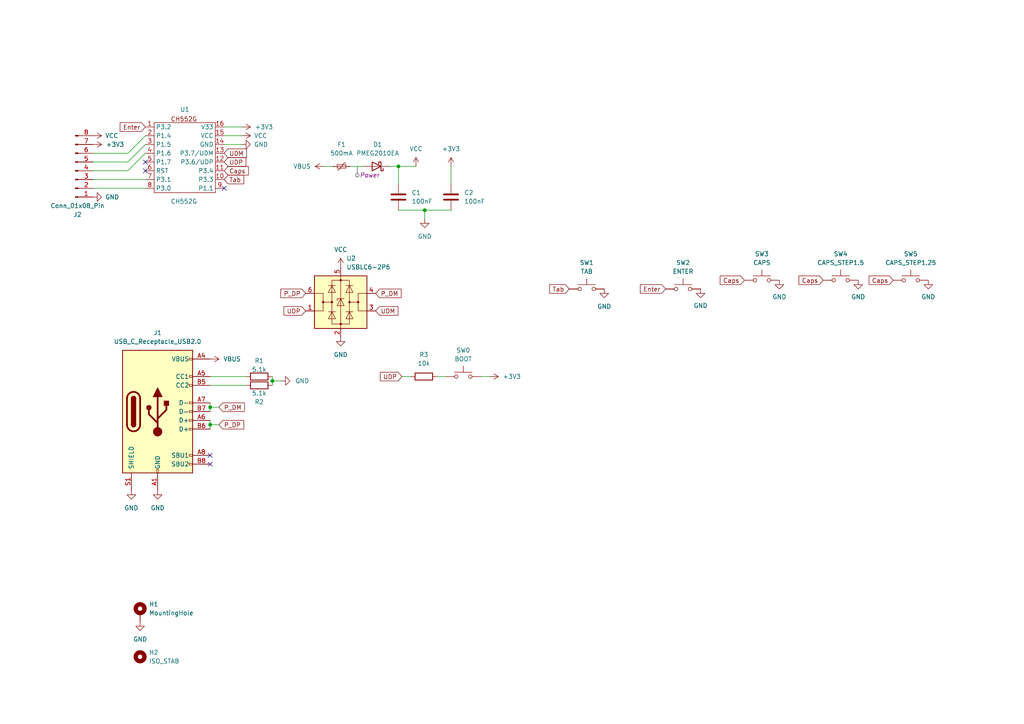
<source format=kicad_sch>
(kicad_sch (version 20230121) (generator eeschema)
  (paper "A4")
  (lib_symbols
    (symbol "Connector:Conn_01x08_Pin" (pin_names (offset 1.016) hide)
      (property "Reference" "J" (at 0 10.16 0))
      (property "Value" "Conn_01x08_Pin" (at 0 -12.7 0))
      (symbol "Conn_01x08_Pin_1_1"
        (polyline (pts (xy 1.27 -10.16) (xy 0.8636 -10.16)) (stroke (width 0.1524)))
        (polyline (pts (xy 1.27 -7.62) (xy 0.8636 -7.62)) (stroke (width 0.1524)))
        (polyline (pts (xy 1.27 -5.08) (xy 0.8636 -5.08)) (stroke (width 0.1524)))
        (polyline (pts (xy 1.27 -2.54) (xy 0.8636 -2.54)) (stroke (width 0.1524)))
        (polyline (pts (xy 1.27 0) (xy 0.8636 0)) (stroke (width 0.1524)))
        (polyline (pts (xy 1.27 2.54) (xy 0.8636 2.54)) (stroke (width 0.1524)))
        (polyline (pts (xy 1.27 5.08) (xy 0.8636 5.08)) (stroke (width 0.1524)))
        (polyline (pts (xy 1.27 7.62) (xy 0.8636 7.62)) (stroke (width 0.1524)))
        (rectangle (start 0.8636 -10.033) (end 0 -10.287) (stroke (width 0.1524)) (fill (type outline)))
        (rectangle (start 0.8636 -7.493) (end 0 -7.747) (stroke (width 0.1524)) (fill (type outline)))
        (rectangle (start 0.8636 -4.953) (end 0 -5.207) (stroke (width 0.1524)) (fill (type outline)))
        (rectangle (start 0.8636 -2.413) (end 0 -2.667) (stroke (width 0.1524)) (fill (type outline)))
        (rectangle (start 0.8636 0.127) (end 0 -0.127) (stroke (width 0.1524)) (fill (type outline)))
        (rectangle (start 0.8636 2.667) (end 0 2.413) (stroke (width 0.1524)) (fill (type outline)))
        (rectangle (start 0.8636 5.207) (end 0 4.953) (stroke (width 0.1524)) (fill (type outline)))
        (rectangle (start 0.8636 7.747) (end 0 7.493) (stroke (width 0.1524)) (fill (type outline)))
        (pin passive line (at 5.08 7.62 180) (length 3.81) (name "Pin_1") (number "1"))
        (pin passive line (at 5.08 5.08 180) (length 3.81) (name "Pin_2") (number "2"))
        (pin passive line (at 5.08 2.54 180) (length 3.81) (name "Pin_3") (number "3"))
        (pin passive line (at 5.08 0 180) (length 3.81) (name "Pin_4") (number "4"))
        (pin passive line (at 5.08 -2.54 180) (length 3.81) (name "Pin_5") (number "5"))
        (pin passive line (at 5.08 -5.08 180) (length 3.81) (name "Pin_6") (number "6"))
        (pin passive line (at 5.08 -7.62 180) (length 3.81) (name "Pin_7") (number "7"))
        (pin passive line (at 5.08 -10.16 180) (length 3.81) (name "Pin_8") (number "8"))
      )
    )
    (symbol "Connector:USB_C_Receptacle_USB2.0" (pin_names (offset 1.016))
      (property "Reference" "J" (at -10.16 19.05 0))
      (property "Value" "USB_C_Receptacle_USB2.0" (at 19.05 19.05 0))
      (symbol "USB_C_Receptacle_USB2.0_0_0"
        (rectangle (start -0.254 -17.78) (end 0.254 -16.764))
        (rectangle (start 10.16 -14.986) (end 9.144 -15.494))
        (rectangle (start 10.16 -12.446) (end 9.144 -12.954))
        (rectangle (start 10.16 -4.826) (end 9.144 -5.334))
        (rectangle (start 10.16 -2.286) (end 9.144 -2.794))
        (rectangle (start 10.16 0.254) (end 9.144 -0.254))
        (rectangle (start 10.16 2.794) (end 9.144 2.286))
        (rectangle (start 10.16 7.874) (end 9.144 7.366))
        (rectangle (start 10.16 10.414) (end 9.144 9.906))
        (rectangle (start 10.16 15.494) (end 9.144 14.986))
      )
      (symbol "USB_C_Receptacle_USB2.0_0_1"
        (rectangle (start -10.16 17.78) (end 10.16 -17.78) (stroke (width 0.254)) (fill (type background)))
        (arc (start -8.89 -3.81) (mid -6.985 -5.7067) (end -5.08 -3.81) (stroke (width 0.508)))
        (arc (start -7.62 -3.81) (mid -6.985 -4.4423) (end -6.35 -3.81) (stroke (width 0.254)))
        (arc (start -7.62 -3.81) (mid -6.985 -4.4423) (end -6.35 -3.81) (stroke (width 0.254)) (fill (type outline)))
        (rectangle (start -7.62 -3.81) (end -6.35 3.81) (stroke (width 0.254)) (fill (type outline)))
        (arc (start -6.35 3.81) (mid -6.985 4.4423) (end -7.62 3.81) (stroke (width 0.254)))
        (arc (start -6.35 3.81) (mid -6.985 4.4423) (end -7.62 3.81) (stroke (width 0.254)) (fill (type outline)))
        (arc (start -5.08 3.81) (mid -6.985 5.7067) (end -8.89 3.81) (stroke (width 0.508)))
        (circle (center -2.54 1.143) (radius 0.635) (stroke (width 0.254)) (fill (type outline)))
        (circle (center 0 -5.842) (radius 1.27) (fill (type outline)))
        (polyline (pts (xy -8.89 -3.81) (xy -8.89 3.81)) (stroke (width 0.508)))
        (polyline (pts (xy -5.08 3.81) (xy -5.08 -3.81)) (stroke (width 0.508)))
        (polyline (pts (xy 0 -5.842) (xy 0 4.318)) (stroke (width 0.508)))
        (polyline (pts (xy 0 -3.302) (xy -2.54 -0.762) (xy -2.54 0.508)) (stroke (width 0.508)))
        (polyline (pts (xy 0 -2.032) (xy 2.54 0.508) (xy 2.54 1.778)) (stroke (width 0.508)))
        (polyline (pts (xy -1.27 4.318) (xy 0 6.858) (xy 1.27 4.318) (xy -1.27 4.318)) (stroke (width 0.254)) (fill (type outline)))
        (rectangle (start 1.905 1.778) (end 3.175 3.048) (stroke (width 0.254)) (fill (type outline)))
      )
      (symbol "USB_C_Receptacle_USB2.0_1_1"
        (pin passive line (at 0 -22.86 90) (length 5.08) (name "GND") (number "A1"))
        (pin passive line (at 0 -22.86 90) (length 5.08) hide (name "GND") (number "A12"))
        (pin passive line (at 15.24 15.24 180) (length 5.08) (name "VBUS") (number "A4"))
        (pin bidirectional line (at 15.24 10.16 180) (length 5.08) (name "CC1") (number "A5"))
        (pin bidirectional line (at 15.24 -2.54 180) (length 5.08) (name "D+") (number "A6"))
        (pin bidirectional line (at 15.24 2.54 180) (length 5.08) (name "D-") (number "A7"))
        (pin bidirectional line (at 15.24 -12.7 180) (length 5.08) (name "SBU1") (number "A8"))
        (pin passive line (at 15.24 15.24 180) (length 5.08) hide (name "VBUS") (number "A9"))
        (pin passive line (at 0 -22.86 90) (length 5.08) hide (name "GND") (number "B1"))
        (pin passive line (at 0 -22.86 90) (length 5.08) hide (name "GND") (number "B12"))
        (pin passive line (at 15.24 15.24 180) (length 5.08) hide (name "VBUS") (number "B4"))
        (pin bidirectional line (at 15.24 7.62 180) (length 5.08) (name "CC2") (number "B5"))
        (pin bidirectional line (at 15.24 -5.08 180) (length 5.08) (name "D+") (number "B6"))
        (pin bidirectional line (at 15.24 0 180) (length 5.08) (name "D-") (number "B7"))
        (pin bidirectional line (at 15.24 -15.24 180) (length 5.08) (name "SBU2") (number "B8"))
        (pin passive line (at 15.24 15.24 180) (length 5.08) hide (name "VBUS") (number "B9"))
        (pin passive line (at -7.62 -22.86 90) (length 5.08) (name "SHIELD") (number "S1"))
      )
    )
    (symbol "Device:C" (pin_numbers hide) (pin_names (offset 0.254))
      (property "Reference" "C" (at 0.635 2.54 0))
      (property "Value" "C" (at 0.635 -2.54 0))
      (symbol "C_0_1"
        (polyline (pts (xy -2.032 -0.762) (xy 2.032 -0.762)) (stroke (width 0.508)))
        (polyline (pts (xy -2.032 0.762) (xy 2.032 0.762)) (stroke (width 0.508)))
      )
      (symbol "C_1_1"
        (pin passive line (at 0 3.81 270) (length 2.794) (name "~") (number "1"))
        (pin passive line (at 0 -3.81 90) (length 2.794) (name "~") (number "2"))
      )
    )
    (symbol "Device:D_Schottky" (pin_numbers hide) (pin_names (offset 1.016) hide)
      (property "Reference" "D" (at 0 2.54 0))
      (property "Value" "D_Schottky" (at 0 -2.54 0))
      (symbol "D_Schottky_0_1"
        (polyline (pts (xy 1.27 0) (xy -1.27 0)))
        (polyline (pts (xy 1.27 1.27) (xy 1.27 -1.27) (xy -1.27 0) (xy 1.27 1.27)) (stroke (width 0.254)))
        (polyline (pts (xy -1.905 0.635) (xy -1.905 1.27) (xy -1.27 1.27) (xy -1.27 -1.27) (xy -0.635 -1.27) (xy -0.635 -0.635)) (stroke (width 0.254)))
      )
      (symbol "D_Schottky_1_1"
        (pin passive line (at -3.81 0 0) (length 2.54) (name "K") (number "1"))
        (pin passive line (at 3.81 0 180) (length 2.54) (name "A") (number "2"))
      )
    )
    (symbol "Device:Polyfuse_Small" (pin_numbers hide) (pin_names (offset 0))
      (property "Reference" "F" (at -1.905 0 90))
      (property "Value" "Polyfuse_Small" (at 1.905 0 90))
      (symbol "Polyfuse_Small_0_1"
        (rectangle (start -0.508 1.27) (end 0.508 -1.27))
        (polyline (pts (xy 0 2.54) (xy 0 -2.54)))
        (polyline (pts (xy -1.016 1.27) (xy -1.016 0.762) (xy 1.016 -0.762) (xy 1.016 -1.27)))
      )
      (symbol "Polyfuse_Small_1_1"
        (pin passive line (at 0 2.54 270) (length 0.635) (name "~") (number "1"))
        (pin passive line (at 0 -2.54 90) (length 0.635) (name "~") (number "2"))
      )
    )
    (symbol "Device:R" (pin_numbers hide) (pin_names (offset 0))
      (property "Reference" "R" (at 2.032 0 90))
      (property "Value" "R" (at 0 0 90))
      (symbol "R_0_1"
        (rectangle (start -1.016 -2.54) (end 1.016 2.54) (stroke (width 0.254)))
      )
      (symbol "R_1_1"
        (pin passive line (at 0 3.81 270) (length 1.27) (name "~") (number "1"))
        (pin passive line (at 0 -3.81 90) (length 1.27) (name "~") (number "2"))
      )
    )
    (symbol "Mechanical:MountingHole" (pin_names (offset 1.016))
      (property "Reference" "H" (at 0 5.08 0))
      (property "Value" "MountingHole" (at 0 3.175 0))
      (symbol "MountingHole_0_1"
        (circle (center 0 0) (radius 1.27) (stroke (width 1.27)))
      )
    )
    (symbol "Mechanical:MountingHole_Pad" (pin_numbers hide) (pin_names (offset 1.016) hide)
      (property "Reference" "H" (at 0 6.35 0))
      (property "Value" "MountingHole_Pad" (at 0 4.445 0))
      (symbol "MountingHole_Pad_0_1"
        (circle (center 0 1.27) (radius 1.27) (stroke (width 1.27)))
      )
      (symbol "MountingHole_Pad_1_1"
        (pin input line (at 0 -2.54 90) (length 2.54) (name "1") (number "1"))
      )
    )
    (symbol "Power_Protection:USBLC6-2P6" (pin_names hide)
      (property "Reference" "U" (at 2.54 8.89 0))
      (property "Value" "USBLC6-2P6" (at 2.54 -8.89 0))
      (symbol "USBLC6-2P6_0_1"
        (rectangle (start -7.62 -7.62) (end 7.62 7.62) (stroke (width 0.254)) (fill (type background)))
        (circle (center -5.08 0) (radius 0.254) (fill (type outline)))
        (circle (center -2.54 0) (radius 0.254) (fill (type outline)))
        (rectangle (start -2.54 6.35) (end 2.54 -6.35))
        (circle (center 0 -6.35) (radius 0.254) (fill (type outline)))
        (polyline (pts (xy -5.08 -2.54) (xy -7.62 -2.54)))
        (polyline (pts (xy -5.08 0) (xy -5.08 -2.54)))
        (polyline (pts (xy -5.08 2.54) (xy -7.62 2.54)))
        (polyline (pts (xy -1.524 -2.794) (xy -3.556 -2.794)))
        (polyline (pts (xy -1.524 4.826) (xy -3.556 4.826)))
        (polyline (pts (xy 0 -7.62) (xy 0 -6.35)))
        (polyline (pts (xy 0 -6.35) (xy 0 1.27)))
        (polyline (pts (xy 0 1.27) (xy 0 6.35)))
        (polyline (pts (xy 0 6.35) (xy 0 7.62)))
        (polyline (pts (xy 1.524 -2.794) (xy 3.556 -2.794)))
        (polyline (pts (xy 1.524 4.826) (xy 3.556 4.826)))
        (polyline (pts (xy 5.08 -2.54) (xy 7.62 -2.54)))
        (polyline (pts (xy 5.08 0) (xy 5.08 -2.54)))
        (polyline (pts (xy 5.08 2.54) (xy 7.62 2.54)))
        (polyline (pts (xy -2.54 0) (xy -5.08 0) (xy -5.08 2.54)))
        (polyline (pts (xy 2.54 0) (xy 5.08 0) (xy 5.08 2.54)))
        (polyline (pts (xy -3.556 -4.826) (xy -1.524 -4.826) (xy -2.54 -2.794) (xy -3.556 -4.826)))
        (polyline (pts (xy -3.556 2.794) (xy -1.524 2.794) (xy -2.54 4.826) (xy -3.556 2.794)))
        (polyline (pts (xy -1.016 -1.016) (xy 1.016 -1.016) (xy 0 1.016) (xy -1.016 -1.016)))
        (polyline (pts (xy 1.016 1.016) (xy 0.762 1.016) (xy -1.016 1.016) (xy -1.016 0.508)))
        (polyline (pts (xy 3.556 -4.826) (xy 1.524 -4.826) (xy 2.54 -2.794) (xy 3.556 -4.826)))
        (polyline (pts (xy 3.556 2.794) (xy 1.524 2.794) (xy 2.54 4.826) (xy 3.556 2.794)))
        (circle (center 0 6.35) (radius 0.254) (fill (type outline)))
        (circle (center 2.54 0) (radius 0.254) (fill (type outline)))
        (circle (center 5.08 0) (radius 0.254) (fill (type outline)))
      )
      (symbol "USBLC6-2P6_1_1"
        (pin passive line (at -10.16 -2.54 0) (length 2.54) (name "I/O1") (number "1"))
        (pin passive line (at 0 -10.16 90) (length 2.54) (name "GND") (number "2"))
        (pin passive line (at 10.16 -2.54 180) (length 2.54) (name "I/O2") (number "3"))
        (pin passive line (at 10.16 2.54 180) (length 2.54) (name "I/O2") (number "4"))
        (pin passive line (at 0 10.16 270) (length 2.54) (name "VBUS") (number "5"))
        (pin passive line (at -10.16 2.54 0) (length 2.54) (name "I/O1") (number "6"))
      )
    )
    (symbol "Project Library:MCU_CM552G_SOP-16"
      (property "Reference" "U1" (at 0 13.716 0))
      (property "Value" "~" (at 0 -12.7 0))
      (symbol "MCU_CM552G_SOP-16_0_1"
        (rectangle (start -8.636 10.16) (end 9.144 -10.16))
      )
      (symbol "MCU_CM552G_SOP-16_1_1"
        (text "CH552G\n" (at 0 11.176 0) (effects (font (size 1.27 1.27))))
        (pin input line (at -11.176 8.89 0) (length 2.54) (name "P3.2") (number "1"))
        (pin input line (at 11.684 -6.35 180) (length 2.54) (name "P3.3") (number "10"))
        (pin input line (at 11.684 -3.81 180) (length 2.54) (name "P3.4") (number "11"))
        (pin input line (at 11.684 -1.27 180) (length 2.54) (name "P3.6/UDP") (number "12"))
        (pin input line (at 11.684 1.27 180) (length 2.54) (name "P3.7/UDM") (number "13"))
        (pin input line (at 11.684 3.81 180) (length 2.54) (name "GND") (number "14"))
        (pin input line (at 11.684 6.35 180) (length 2.54) (name "VCC") (number "15"))
        (pin input line (at 11.684 8.89 180) (length 2.54) (name "V33") (number "16"))
        (pin input line (at -11.176 6.35 0) (length 2.54) (name "P1.4") (number "2"))
        (pin input line (at -11.176 3.81 0) (length 2.54) (name "P1.5") (number "3"))
        (pin input line (at -11.176 1.27 0) (length 2.54) (name "P1.6") (number "4"))
        (pin input line (at -11.176 -1.27 0) (length 2.54) (name "P1.7") (number "5"))
        (pin input line (at -11.176 -3.81 0) (length 2.54) (name "RST") (number "6"))
        (pin input line (at -11.176 -6.35 0) (length 2.54) (name "P3.1") (number "7"))
        (pin input line (at -11.176 -8.89 0) (length 2.54) (name "P3.0") (number "8"))
        (pin input line (at 11.684 -8.89 180) (length 2.54) (name "P1.1") (number "9"))
      )
    )
    (symbol "Switch:SW_Push" (pin_numbers hide) (pin_names (offset 1.016) hide)
      (property "Reference" "SW" (at 1.27 2.54 0))
      (property "Value" "SW_Push" (at 0 -1.524 0))
      (symbol "SW_Push_0_1"
        (circle (center -2.032 0) (radius 0.508))
        (polyline (pts (xy 0 1.27) (xy 0 3.048)))
        (polyline (pts (xy 2.54 1.27) (xy -2.54 1.27)))
        (circle (center 2.032 0) (radius 0.508))
        (pin passive line (at -5.08 0 0) (length 2.54) (name "1") (number "1"))
        (pin passive line (at 5.08 0 180) (length 2.54) (name "2") (number "2"))
      )
    )
    (symbol "power:+3V3" (power) (pin_names (offset 0))
      (property "Value" "+3V3" (at 0 3.556 0))
      (symbol "+3V3_0_1"
        (polyline (pts (xy -0.762 1.27) (xy 0 2.54)))
        (polyline (pts (xy 0 0) (xy 0 2.54)))
        (polyline (pts (xy 0 2.54) (xy 0.762 1.27)))
      )
      (symbol "+3V3_1_1"
        (pin power_in line (at 0 0 90) (length 0) hide (name "+3V3") (number "1"))
      )
    )
    (symbol "power:GND" (power) (pin_names (offset 0))
      (property "Value" "GND" (at 0 -3.81 0))
      (symbol "GND_0_1"
        (polyline (pts (xy 0 0) (xy 0 -1.27) (xy 1.27 -1.27) (xy 0 -2.54) (xy -1.27 -1.27) (xy 0 -1.27)))
      )
      (symbol "GND_1_1"
        (pin power_in line (at 0 0 270) (length 0) hide (name "GND") (number "1"))
      )
    )
    (symbol "power:VBUS" (power) (pin_names (offset 0))
      (property "Value" "VBUS" (at 0 3.81 0))
      (symbol "VBUS_0_1"
        (polyline (pts (xy -0.762 1.27) (xy 0 2.54)))
        (polyline (pts (xy 0 0) (xy 0 2.54)))
        (polyline (pts (xy 0 2.54) (xy 0.762 1.27)))
      )
      (symbol "VBUS_1_1"
        (pin power_in line (at 0 0 90) (length 0) hide (name "VBUS") (number "1"))
      )
    )
    (symbol "power:VCC" (power) (pin_names (offset 0))
      (property "Value" "VCC" (at 0 3.81 0))
      (symbol "VCC_0_1"
        (polyline (pts (xy -0.762 1.27) (xy 0 2.54)))
        (polyline (pts (xy 0 0) (xy 0 2.54)))
        (polyline (pts (xy 0 2.54) (xy 0.762 1.27)))
      )
      (symbol "VCC_1_1"
        (pin power_in line (at 0 0 90) (length 0) hide (name "VCC") (number "1"))
      )
    )
  )
  (junction (at 60.96 123.19))
  (junction (at 123.19 60.96))
  (junction (at 115.57 48.26))
  (junction (at 78.994 110.49))
  (junction (at 60.96 118.11))
  (no_connect (at 60.96 134.62))
  (no_connect (at 42.164 46.99))
  (no_connect (at 65.024 54.61))
  (no_connect (at 60.96 132.08))
  (no_connect (at 42.164 49.53))
  (wire (pts (xy 120.65 48.26) (xy 115.57 48.26)))
  (wire (pts (xy 113.03 48.26) (xy 115.57 48.26)))
  (wire (pts (xy 26.924 49.53) (xy 37.084 49.53)))
  (wire (pts (xy 60.96 118.11) (xy 60.96 119.38)))
  (wire (pts (xy 71.374 109.22) (xy 60.96 109.22)))
  (wire (pts (xy 26.924 46.99) (xy 37.084 46.99)))
  (wire (pts (xy 60.96 116.84) (xy 60.96 118.11)))
  (wire (pts (xy 78.994 110.49) (xy 78.994 111.76)))
  (wire (pts (xy 130.81 60.96) (xy 123.19 60.96)))
  (wire (pts (xy 63.5 123.19) (xy 60.96 123.19)))
  (wire (pts (xy 116.586 109.22) (xy 119.126 109.22)))
  (wire (pts (xy 70.104 41.91) (xy 65.024 41.91)))
  (wire (pts (xy 129.286 109.22) (xy 126.746 109.22)))
  (wire (pts (xy 141.986 109.22) (xy 139.446 109.22)))
  (wire (pts (xy 26.924 52.07) (xy 42.164 52.07)))
  (wire (pts (xy 26.924 54.61) (xy 42.164 54.61)))
  (wire (pts (xy 65.024 36.83) (xy 70.104 36.83)))
  (wire (pts (xy 37.084 46.99) (xy 42.164 41.91)))
  (wire (pts (xy 115.57 53.34) (xy 115.57 48.26)))
  (wire (pts (xy 60.96 121.92) (xy 60.96 123.19)))
  (wire (pts (xy 130.81 48.26) (xy 130.81 53.34)))
  (wire (pts (xy 101.6 48.26) (xy 105.41 48.26)))
  (wire (pts (xy 70.104 39.37) (xy 65.024 39.37)))
  (wire (pts (xy 37.084 49.53) (xy 42.164 44.45)))
  (wire (pts (xy 123.19 60.96) (xy 123.19 63.5)))
  (wire (pts (xy 93.98 48.26) (xy 96.52 48.26)))
  (wire (pts (xy 115.57 60.96) (xy 123.19 60.96)))
  (wire (pts (xy 71.374 111.76) (xy 60.96 111.76)))
  (wire (pts (xy 81.534 110.49) (xy 78.994 110.49)))
  (wire (pts (xy 60.96 123.19) (xy 60.96 124.46)))
  (wire (pts (xy 63.5 118.11) (xy 60.96 118.11)))
  (wire (pts (xy 37.084 44.45) (xy 42.164 39.37)))
  (wire (pts (xy 26.924 44.45) (xy 37.084 44.45)))
  (wire (pts (xy 78.994 109.22) (xy 78.994 110.49)))
  (global_label "Caps" (shape input) (at 238.76 81.28 180) (property "Intersheetrefs" "${INTERSHEET_REFS}" (effects hide)))
  (global_label "UDP" (shape input) (at 65.024 46.99 0) (property "Intersheetrefs" "${INTERSHEET_REFS}" (effects hide)))
  (global_label "P_DP" (shape input) (at 88.646 85.09 180) (property "Intersheetrefs" "${INTERSHEET_REFS}" (effects hide)))
  (global_label "Tab" (shape input) (at 65.024 52.07 0) (property "Intersheetrefs" "${INTERSHEET_REFS}" (effects hide)))
  (global_label "P_DP" (shape input) (at 63.5 123.19 0) (property "Intersheetrefs" "${INTERSHEET_REFS}" (effects hide)))
  (global_label "P_DM" (shape input) (at 108.966 85.09 0) (property "Intersheetrefs" "${INTERSHEET_REFS}" (effects hide)))
  (global_label "UDP" (shape input) (at 88.646 90.17 180) (property "Intersheetrefs" "${INTERSHEET_REFS}" (effects hide)))
  (global_label "Caps" (shape input) (at 65.024 49.53 0) (property "Intersheetrefs" "${INTERSHEET_REFS}" (effects hide)))
  (global_label "P_DM" (shape input) (at 63.5 118.11 0) (property "Intersheetrefs" "${INTERSHEET_REFS}" (effects hide)))
  (global_label "Caps" (shape input) (at 215.9 81.28 180) (property "Intersheetrefs" "${INTERSHEET_REFS}" (effects hide)))
  (global_label "UDP" (shape input) (at 116.586 109.22 180) (property "Intersheetrefs" "${INTERSHEET_REFS}" (effects hide)))
  (global_label "Tab" (shape input) (at 165.1 83.82 180) (property "Intersheetrefs" "${INTERSHEET_REFS}" (effects hide)))
  (global_label "Enter" (shape input) (at 193.04 83.82 180) (property "Intersheetrefs" "${INTERSHEET_REFS}" (effects hide)))
  (global_label "Caps" (shape input) (at 259.08 81.28 180) (property "Intersheetrefs" "${INTERSHEET_REFS}" (effects hide)))
  (global_label "Enter" (shape input) (at 42.164 36.83 180) (property "Intersheetrefs" "${INTERSHEET_REFS}" (effects hide)))
  (global_label "UDM" (shape input) (at 108.966 90.17 0) (property "Intersheetrefs" "${INTERSHEET_REFS}" (effects hide)))
  (global_label "UDM" (shape input) (at 65.024 44.45 0) (property "Intersheetrefs" "${INTERSHEET_REFS}" (effects hide)))
  (netclass_flag "" (length 2.54) (shape round) (at 103.632 48.26 180) (property "Netclass" "Power" (at 104.3305 50.8 0) (effects (font italic) (justify left))))
  (symbol (lib_id "Switch:SW_Push") (at 198.12 83.82 0) (unit 1) (in_bom no)
    (property "Reference" "SW2" (at 198.12 76.2 0))
    (property "Value" "ENTER" (at 198.12 78.74 0))
    (property "Footprint" "PCM_marbastlib-mx:SW_MX_1u" (effects hide))
  )
  (symbol (lib_id "Device:R") (at 122.936 109.22 90) (unit 1)
    (property "Reference" "R3" (at 122.936 102.87 90))
    (property "Value" "10k" (at 122.936 105.41 90))
    (property "Footprint" "Resistor_SMD:R_0603_1608Metric_Pad0.98x0.95mm_HandSolder" (effects hide))
    (property "LSCC" "C25744" (effects hide))
  )
  (symbol (lib_id "power:GND") (at 226.06 81.28 0) (unit 1)
    (property "Reference" "#PWR012" (effects hide))
    (property "Value" "GND" (at 226.06 86.106 0))
  )
  (symbol (lib_id "power:GND") (at 38.1 142.24 0) (unit 1)
    (property "Reference" "#PWR023" (effects hide))
    (property "Value" "GND" (at 38.1 147.32 0))
  )
  (symbol (lib_id "power:+3V3") (at 26.924 41.91 270) (unit 1)
    (property "Reference" "#PWR020" (effects hide))
    (property "Value" "+3V3" (at 30.734 41.91 90) (effects (justify left)))
  )
  (symbol (lib_id "power:VCC") (at 98.806 77.47 0) (unit 1)
    (property "Reference" "#PWR07" (effects hide))
    (property "Value" "VCC" (at 98.806 72.39 0))
  )
  (symbol (lib_id "Connector:USB_C_Receptacle_USB2.0") (at 45.72 119.38 0) (unit 1)
    (property "Reference" "J1" (at 45.72 96.52 0))
    (property "Value" "USB_C_Receptacle_USB2.0" (at 45.72 99.06 0))
    (property "Footprint" "Connector_USB:USB_C_Receptacle_GCT_USB4085" (effects hide))
    (property "Datasheet" "https://www.usb.org/sites/default/files/documents/usb_type-c.zip" (effects hide))
  )
  (symbol (lib_id "power:VBUS") (at 60.96 104.14 270) (unit 1)
    (property "Reference" "#PWR01" (effects hide))
    (property "Value" "VBUS" (at 64.77 104.14 90) (effects (justify left)))
  )
  (symbol (lib_id "Power_Protection:USBLC6-2P6") (at 98.806 87.63 0) (unit 1)
    (property "Reference" "U2" (at 100.4571 74.93 0) (effects (justify left)))
    (property "Value" "USBLC6-2P6" (at 100.4571 77.47 0) (effects (justify left)))
    (property "Footprint" "Package_TO_SOT_SMD:SOT-23-6_Handsoldering" (effects hide))
    (property "Datasheet" "https://www.st.com/resource/en/datasheet/usblc6-2.pdf" (effects hide))
    (property "LSCC" "C2687116" (effects hide))
  )
  (symbol (lib_id "power:VCC") (at 26.924 39.37 270) (unit 1)
    (property "Reference" "#PWR022" (effects hide))
    (property "Value" "VCC" (at 30.48 39.37 90) (effects (justify left)))
  )
  (symbol (lib_id "Mechanical:MountingHole_Pad") (at 40.64 177.8 0) (unit 1) (in_bom no)
    (property "Reference" "H1" (at 43.18 175.26 0) (effects (justify left)))
    (property "Value" "MountingHole" (at 43.18 177.8 0) (effects (justify left)))
    (property "Footprint" "MountingHole:MountingHole_2.2mm_M2_DIN965_Pad" (effects hide))
  )
  (symbol (lib_id "power:GND") (at 70.104 41.91 90) (unit 1)
    (property "Reference" "#PWR016" (effects hide))
    (property "Value" "GND" (at 73.66 41.91 90) (effects (justify right)))
  )
  (symbol (lib_id "Switch:SW_Push") (at 264.16 81.28 0) (unit 1) (in_bom no)
    (property "Reference" "SW5" (at 264.16 73.66 0))
    (property "Value" "CAPS_STEP1.25" (at 264.16 76.2 0))
    (property "Footprint" "PCM_marbastlib-mx:SW_MX_1.75u_STP_1.25" (effects hide))
  )
  (symbol (lib_id "Switch:SW_Push") (at 243.84 81.28 0) (unit 1) (in_bom no)
    (property "Reference" "SW4" (at 243.84 73.66 0))
    (property "Value" "CAPS_STEP1.5" (at 243.84 76.2 0))
    (property "Footprint" "PCM_marbastlib-mx:SW_MX_1.75u_STP_1.5" (effects hide))
  )
  (symbol (lib_id "Switch:SW_Push") (at 220.98 81.28 0) (unit 1) (in_bom no)
    (property "Reference" "SW3" (at 220.98 73.66 0))
    (property "Value" "CAPS" (at 220.98 76.2 0))
    (property "Footprint" "PCM_marbastlib-mx:SW_MX_1.75u" (effects hide))
  )
  (symbol (lib_id "power:GND") (at 203.2 83.82 0) (unit 1)
    (property "Reference" "#PWR011" (effects hide))
    (property "Value" "GND" (at 203.2 88.646 0))
  )
  (symbol (lib_id "power:GND") (at 123.19 63.5 0) (unit 1)
    (property "Reference" "#PWR05" (effects hide))
    (property "Value" "GND" (at 123.19 68.58 0))
  )
  (symbol (lib_id "Device:R") (at 75.184 109.22 90) (unit 1)
    (property "Reference" "R1" (at 75.184 104.648 90))
    (property "Value" "5.1k" (at 75.184 107.188 90))
    (property "Footprint" "Resistor_SMD:R_0603_1608Metric_Pad0.98x0.95mm_HandSolder" (effects hide))
    (property "LSCC" "C25905" (effects hide))
  )
  (symbol (lib_id "Device:D_Schottky") (at 109.22 48.26 180) (unit 1)
    (property "Reference" "D1" (at 109.5375 41.91 0))
    (property "Value" "PMEG2010EA" (at 109.5375 44.45 0))
    (property "Footprint" "Diode_SMD:D_SOD-323_HandSoldering" (effects hide))
    (property "LSCC" "C2837790" (effects hide))
  )
  (symbol (lib_id "Device:Polyfuse_Small") (at 99.06 48.26 90) (unit 1)
    (property "Reference" "F1" (at 99.06 41.91 90))
    (property "Value" "500mA" (at 99.06 44.45 90))
    (property "Footprint" "Fuse:Fuse_0603_1608Metric_Pad1.05x0.95mm_HandSolder" (effects hide))
    (property "LSCC" "C210357" (effects hide))
  )
  (symbol (lib_id "power:GND") (at 26.924 57.15 90) (unit 1)
    (property "Reference" "#PWR021" (effects hide))
    (property "Value" "GND" (at 30.48 57.15 90) (effects (justify right)))
  )
  (symbol (lib_id "power:+3V3") (at 70.104 36.83 270) (unit 1)
    (property "Reference" "#PWR014" (effects hide))
    (property "Value" "+3V3" (at 73.914 36.83 90) (effects (justify left)))
  )
  (symbol (lib_id "Switch:SW_Push") (at 134.366 109.22 0) (unit 1)
    (property "Reference" "SW0" (at 134.366 101.6 0))
    (property "Value" "BOOT" (at 134.366 104.14 0))
    (property "Footprint" "Button_Switch_SMD:SW_SPST_CK_KXT3" (effects hide))
    (property "LSCC" "C221821" (effects hide))
  )
  (symbol (lib_id "Switch:SW_Push") (at 170.18 83.82 0) (unit 1) (in_bom no)
    (property "Reference" "SW1" (at 170.18 76.2 0))
    (property "Value" "TAB" (at 170.18 78.74 0))
    (property "Footprint" "PCM_marbastlib-mx:SW_MX_1.5u" (effects hide))
  )
  (symbol (lib_id "power:+3V3") (at 141.986 109.22 270) (unit 1)
    (property "Reference" "#PWR013" (effects hide))
    (property "Value" "+3V3" (at 145.796 109.22 90) (effects (justify left)))
  )
  (symbol (lib_id "power:GND") (at 175.26 83.82 0) (unit 1)
    (property "Reference" "#PWR010" (effects hide))
    (property "Value" "GND" (at 175.26 88.9 0))
  )
  (symbol (lib_id "Mechanical:MountingHole") (at 40.64 190.5 0) (unit 1) (in_bom no)
    (property "Reference" "H2" (at 43.18 189.23 0) (effects (justify left)))
    (property "Value" "ISO_STAB" (at 43.18 191.77 0) (effects (justify left)))
    (property "Footprint" "PCM_marbastlib-mx:STAB_MX_P_ISO" (effects hide))
  )
  (symbol (lib_id "Device:C") (at 115.57 57.15 0) (unit 1)
    (property "Reference" "C1" (at 119.38 55.88 0) (effects (justify left)))
    (property "Value" "100nF" (at 119.38 58.42 0) (effects (justify left)))
    (property "Footprint" "Capacitor_SMD:C_0603_1608Metric_Pad1.08x0.95mm_HandSolder" (effects hide))
    (property "LSCC" "C1525" (effects hide))
  )
  (symbol (lib_id "Connector:Conn_01x08_Pin") (at 21.844 49.53 0) (mirror x) (unit 1) (in_bom no)
    (property "Reference" "J2" (at 22.479 62.23 0))
    (property "Value" "Conn_01x08_Pin" (at 22.479 59.69 0))
    (property "Footprint" "Connector_PinHeader_1.27mm:PinHeader_1x08_P1.27mm_Vertical" (effects hide))
  )
  (symbol (lib_id "power:GND") (at 269.24 81.28 0) (unit 1)
    (property "Reference" "#PWR018" (effects hide))
    (property "Value" "GND" (at 269.24 86.106 0))
  )
  (symbol (lib_id "Device:C") (at 130.81 57.15 0) (unit 1)
    (property "Reference" "C2" (at 134.62 55.88 0) (effects (justify left)))
    (property "Value" "100nF" (at 134.62 58.42 0) (effects (justify left)))
    (property "Footprint" "Capacitor_SMD:C_0603_1608Metric_Pad1.08x0.95mm_HandSolder" (effects hide))
    (property "LSCC" "C1525" (effects hide))
  )
  (symbol (lib_id "power:GND") (at 45.72 142.24 0) (unit 1)
    (property "Reference" "#PWR08" (effects hide))
    (property "Value" "GND" (at 45.72 147.32 0))
  )
  (symbol (lib_id "power:GND") (at 248.92 81.28 0) (unit 1)
    (property "Reference" "#PWR017" (effects hide))
    (property "Value" "GND" (at 248.92 86.106 0))
  )
  (symbol (lib_id "power:VCC") (at 120.65 48.26 0) (unit 1)
    (property "Reference" "#PWR03" (effects hide))
    (property "Value" "VCC" (at 120.65 43.18 0))
  )
  (symbol (lib_id "power:GND") (at 40.64 180.34 0) (unit 1)
    (property "Reference" "#PWR019" (effects hide))
    (property "Value" "GND" (at 40.64 185.42 0))
  )
  (symbol (lib_id "power:VBUS") (at 93.98 48.26 90) (unit 1)
    (property "Reference" "#PWR02" (effects hide))
    (property "Value" "VBUS" (at 90.17 48.26 90) (effects (justify left)))
  )
  (symbol (lib_id "power:GND") (at 81.534 110.49 90) (unit 1)
    (property "Reference" "#PWR09" (effects hide))
    (property "Value" "GND" (at 85.598 110.49 90) (effects (justify right)))
  )
  (symbol (lib_id "power:VCC") (at 70.104 39.37 270) (unit 1)
    (property "Reference" "#PWR015" (effects hide))
    (property "Value" "VCC" (at 73.66 39.37 90) (effects (justify left)))
  )
  (symbol (lib_id "power:+3V3") (at 130.81 48.26 0) (unit 1)
    (property "Reference" "#PWR04" (effects hide))
    (property "Value" "+3V3" (at 130.81 43.18 0))
  )
  (symbol (lib_id "Device:R") (at 75.184 111.76 90) (mirror x) (unit 1)
    (property "Reference" "R2" (at 75.184 116.586 90))
    (property "Value" "5.1k" (at 75.184 114.046 90))
    (property "Footprint" "Resistor_SMD:R_0603_1608Metric_Pad0.98x0.95mm_HandSolder" (effects hide))
    (property "LSCC" "C25905" (effects hide))
  )
  (symbol (lib_id "power:GND") (at 98.806 97.79 0) (unit 1)
    (property "Reference" "#PWR06" (effects hide))
    (property "Value" "GND" (at 98.806 102.87 0))
  )
  (symbol (lib_id "Project Library:MCU_CM552G_SOP-16") (at 53.34 45.72 0) (unit 1)
    (property "Reference" "U1" (at 53.594 31.75 0))
    (property "Value" "CH552G" (at 53.34 58.42 0))
    (property "Footprint" "Package_SO:SOP-16_3.9x9.9mm_P1.27mm" (effects hide))
    (property "LSCC" "C111292" (effects hide))
  )
)
</source>
